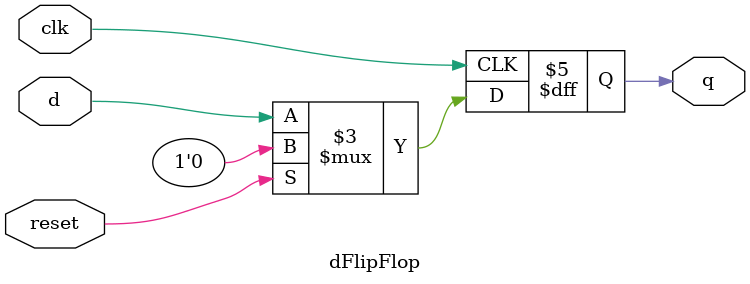
<source format=v>
module top_module (
    input clk,
    input reset,            // Synchronous reset
    input [7:0] d,
    output [7:0] q
);
    
    genvar i;
    generate for(i = 0; i < 8; i = i + 1)
        begin: DFF
            dFlipFlop instance_i(.clk(clk), .reset(reset), .d(d[i]), .q(q[i]));
        end
    endgenerate

endmodule

module dFlipFlop(input clk, input reset, input d, output q);
    always@(posedge clk) begin 
        if(reset) q <= 0;
        else q <= d;
    end
endmodule
</source>
